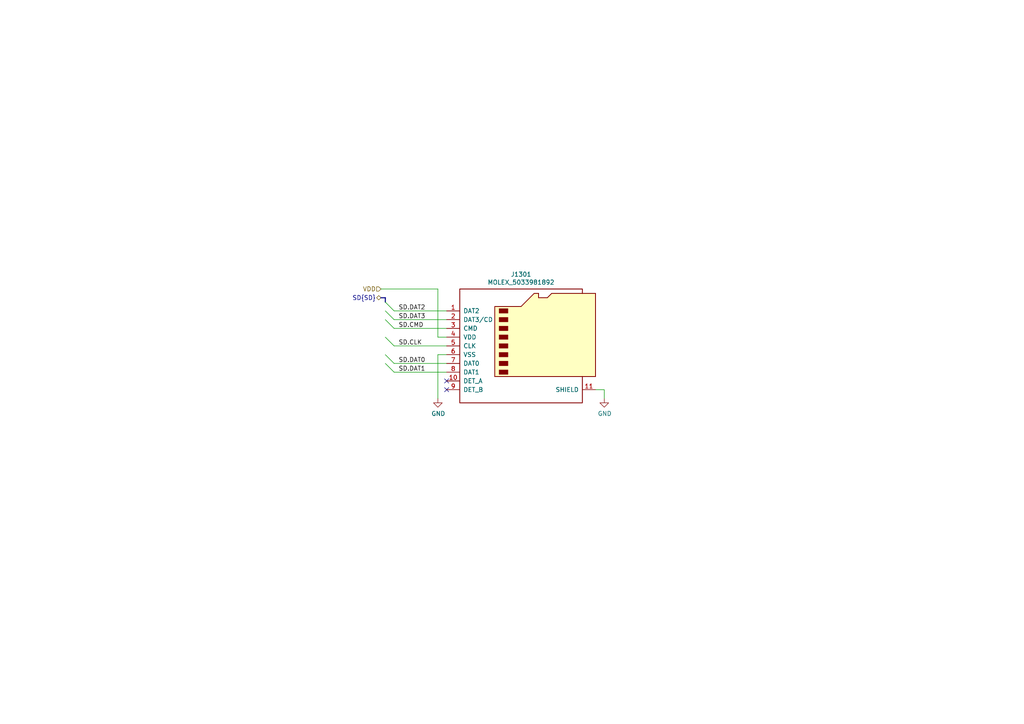
<source format=kicad_sch>
(kicad_sch (version 20210621) (generator eeschema)
  (paper "A4")
  (lib_symbols
    (symbol "DIYPie:MOLEX_5033981892" (pin_names (offset 1.016))
      (property "Reference" "J" (at -17.78 17.78 0))
      (property "Value" "MOLEX_5033981892" (at -8.89 -17.78 0))
      (symbol "MOLEX_5033981892_1_1"
        (rectangle (start -7.62 -6.985) (end -5.08 -8.255) (fill (type outline)))
        (rectangle (start -7.62 -4.445) (end -5.08 -5.715) (fill (type outline)))
        (rectangle (start -7.62 -1.905) (end -5.08 -3.175) (fill (type outline)))
        (rectangle (start -7.62 0.635) (end -5.08 -0.635) (fill (type outline)))
        (rectangle (start -7.62 3.175) (end -5.08 1.905) (fill (type outline)))
        (rectangle (start -7.62 5.715) (end -5.08 4.445) (fill (type outline)))
        (rectangle (start -7.62 8.255) (end -5.08 6.985) (fill (type outline)))
        (rectangle (start -7.62 10.795) (end -5.08 9.525) (fill (type outline)))
        (polyline (pts (xy 16.51 15.24) (xy 16.51 16.51) (xy -19.05 16.51) (xy -19.05 -16.51) (xy 16.51 -16.51) (xy 16.51 -8.89)) (stroke (width 0.254)))
        (polyline (pts (xy -8.89 -8.89) (xy -8.89 11.43) (xy -1.27 11.43) (xy 2.54 15.24) (xy 3.81 15.24) (xy 3.81 13.97) (xy 6.35 13.97) (xy 7.62 15.24) (xy 20.32 15.24) (xy 20.32 -8.89) (xy -8.89 -8.89)) (stroke (width 0.254)) (fill (type background)))
        (pin bidirectional line (at -22.86 10.16 0) (length 3.81) (name "DAT2") (number "1"))
        (pin passive line (at -22.86 -10.16 0) (length 3.81) (name "DET_A") (number "10"))
        (pin passive line (at 20.32 -12.7 180) (length 3.81) (name "SHIELD") (number "11"))
        (pin bidirectional line (at -22.86 7.62 0) (length 3.81) (name "DAT3/CD") (number "2"))
        (pin input line (at -22.86 5.08 0) (length 3.81) (name "CMD") (number "3"))
        (pin power_in line (at -22.86 2.54 0) (length 3.81) (name "VDD") (number "4"))
        (pin input line (at -22.86 0 0) (length 3.81) (name "CLK") (number "5"))
        (pin power_in line (at -22.86 -2.54 0) (length 3.81) (name "VSS") (number "6"))
        (pin bidirectional line (at -22.86 -5.08 0) (length 3.81) (name "DAT0") (number "7"))
        (pin bidirectional line (at -22.86 -7.62 0) (length 3.81) (name "DAT1") (number "8"))
        (pin passive line (at -22.86 -12.7 0) (length 3.81) (name "DET_B") (number "9"))
      )
    )
    (symbol "power:GND" (power) (pin_names (offset 0))
      (property "Value" "GND" (at 0 -3.81 0))
      (symbol "GND_0_1"
        (polyline (pts (xy 0 0) (xy 0 -1.27) (xy 1.27 -1.27) (xy 0 -2.54) (xy -1.27 -1.27) (xy 0 -1.27)))
      )
      (symbol "GND_1_1"
        (pin power_in line (at 0 0 270) (length 0) hide (name "GND") (number "1"))
      )
    )
  )
  (no_connect (at 129.54 110.49))
  (no_connect (at 129.54 113.03))
  (bus_entry (at 111.76 87.63) (size 2.54 2.54) (stroke (width 0.1524)))
  (bus_entry (at 111.76 90.17) (size 2.54 2.54) (stroke (width 0.1524)))
  (bus_entry (at 111.76 92.71) (size 2.54 2.54) (stroke (width 0.1524)))
  (bus_entry (at 111.76 97.79) (size 2.54 2.54) (stroke (width 0.1524)))
  (bus_entry (at 111.76 102.87) (size 2.54 2.54) (stroke (width 0.1524)))
  (bus_entry (at 111.76 105.41) (size 2.54 2.54) (stroke (width 0.1524)))
  (wire (pts (xy 110.49 83.82) (xy 127 83.82)))
  (wire (pts (xy 114.3 90.17) (xy 129.54 90.17)))
  (wire (pts (xy 114.3 92.71) (xy 129.54 92.71)))
  (wire (pts (xy 114.3 95.25) (xy 129.54 95.25)))
  (wire (pts (xy 114.3 100.33) (xy 129.54 100.33)))
  (wire (pts (xy 114.3 105.41) (xy 129.54 105.41)))
  (wire (pts (xy 114.3 107.95) (xy 129.54 107.95)))
  (wire (pts (xy 127 83.82) (xy 127 97.79)))
  (wire (pts (xy 127 102.87) (xy 127 115.57)))
  (wire (pts (xy 129.54 97.79) (xy 127 97.79)))
  (wire (pts (xy 129.54 102.87) (xy 127 102.87)))
  (wire (pts (xy 172.72 113.03) (xy 175.26 113.03)))
  (wire (pts (xy 175.26 113.03) (xy 175.26 115.57)))
  (bus (pts (xy 111.76 86.36) (xy 110.49 86.36)))
  (bus (pts (xy 111.76 86.36) (xy 111.76 105.41)))
  (label "SD.DAT2" (at 115.57 90.17 0))
  (label "SD.DAT3" (at 115.57 92.71 0))
  (label "SD.CMD" (at 115.57 95.25 0))
  (label "SD.CLK" (at 115.57 100.33 0))
  (label "SD.DAT0" (at 115.57 105.41 0))
  (label "SD.DAT1" (at 115.57 107.95 0))
  (hierarchical_label "VDD" (shape input) (at 110.49 83.82 180))
  (hierarchical_label "SD{SD}" (shape bidirectional) (at 110.49 86.36 180))
  (symbol (lib_id "power:GND") (at 127 115.57 0) (unit 1)
    (property "Reference" "#PWR01301" (effects hide))
    (property "Value" "GND" (at 127.127 119.9642 0))
  )
  (symbol (lib_id "power:GND") (at 175.26 115.57 0) (unit 1)
    (property "Reference" "#PWR01302" (effects hide))
    (property "Value" "GND" (at 175.387 119.9642 0))
  )
  (symbol (lib_id "DIYPie:MOLEX_5033981892") (at 152.4 100.33 0) (unit 1)
    (property "Reference" "J1301" (at 151.13 79.5782 0))
    (property "Value" "MOLEX_5033981892" (at 151.13 81.8896 0))
    (property "Footprint" "DIYPie:MOLEX_5033981892" (effects hide))
    (property "Datasheet" "https://www.molex.com/pdm_docs/sd/5033981892_sd.pdf" (effects hide))
  )
)
</source>
